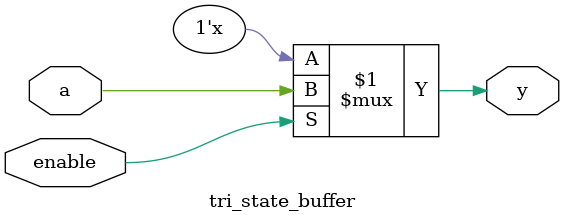
<source format=v>
module tri_state_buffer(input wire a, input wire enable, output wire y);
// 当 enable 为 1 时，y 的值为 a，否则 y 为高阻态（'z'）
assign y = enable ? a : 1'bz;
endmodule
</source>
